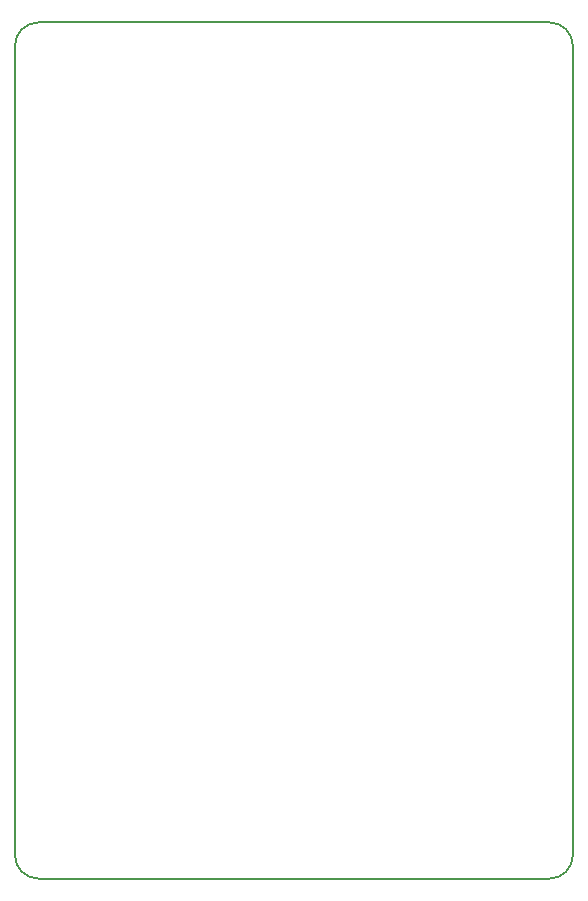
<source format=gbr>
G04 #@! TF.GenerationSoftware,KiCad,Pcbnew,5.0.1-33cea8e~68~ubuntu18.04.1*
G04 #@! TF.CreationDate,2018-11-21T16:18:05-05:00*
G04 #@! TF.ProjectId,samn,73616D6E2E6B696361645F7063620000,5*
G04 #@! TF.SameCoordinates,Original*
G04 #@! TF.FileFunction,Profile,NP*
%FSLAX46Y46*%
G04 Gerber Fmt 4.6, Leading zero omitted, Abs format (unit mm)*
G04 Created by KiCad (PCBNEW 5.0.1-33cea8e~68~ubuntu18.04.1) date Wed 21 Nov 2018 04:18:05 PM EST*
%MOMM*%
%LPD*%
G01*
G04 APERTURE LIST*
%ADD10C,0.150000*%
G04 APERTURE END LIST*
D10*
X22000000Y-91250000D02*
G75*
G02X20000000Y-89250000I0J2000000D01*
G01*
X22000000Y-91250000D02*
X65250000Y-91250000D01*
X20000000Y-20750000D02*
X20000000Y-89250000D01*
X65250000Y-18750000D02*
X22000000Y-18750000D01*
X67250000Y-89250000D02*
X67250000Y-20750000D01*
X65250000Y-18750000D02*
G75*
G02X67250000Y-20750000I0J-2000000D01*
G01*
X67250000Y-89250000D02*
G75*
G02X65250000Y-91250000I-2000000J0D01*
G01*
X20000000Y-20750000D02*
G75*
G02X22000000Y-18750000I2000000J0D01*
G01*
M02*

</source>
